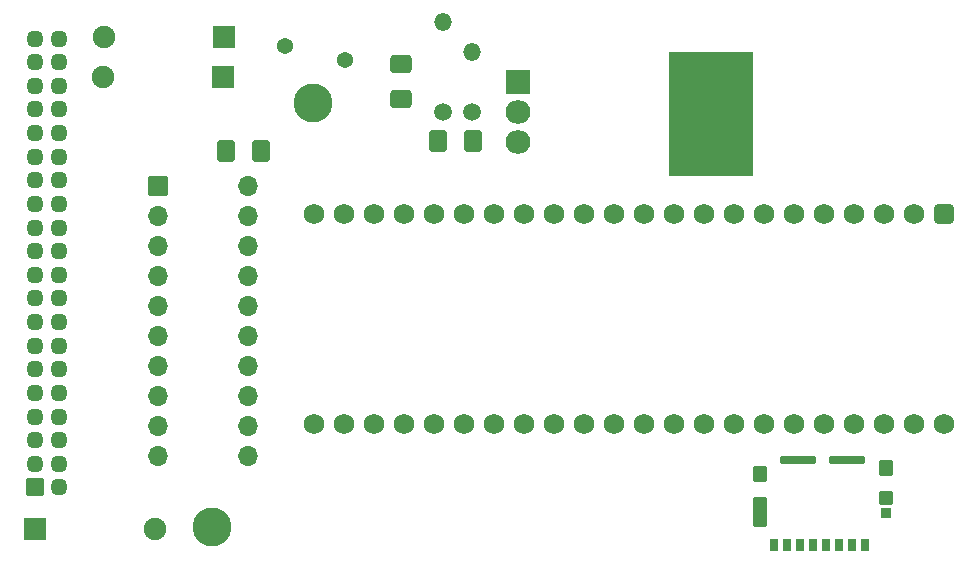
<source format=gbr>
%TF.GenerationSoftware,KiCad,Pcbnew,(6.0.2)*%
%TF.CreationDate,2022-04-05T12:30:50-06:00*%
%TF.ProjectId,PowerBook_F4Lite_THTV1,506f7765-7242-46f6-9f6b-5f46344c6974,rev?*%
%TF.SameCoordinates,Original*%
%TF.FileFunction,Soldermask,Top*%
%TF.FilePolarity,Negative*%
%FSLAX46Y46*%
G04 Gerber Fmt 4.6, Leading zero omitted, Abs format (unit mm)*
G04 Created by KiCad (PCBNEW (6.0.2)) date 2022-04-05 12:30:50*
%MOMM*%
%LPD*%
G01*
G04 APERTURE LIST*
G04 Aperture macros list*
%AMRoundRect*
0 Rectangle with rounded corners*
0 $1 Rounding radius*
0 $2 $3 $4 $5 $6 $7 $8 $9 X,Y pos of 4 corners*
0 Add a 4 corners polygon primitive as box body*
4,1,4,$2,$3,$4,$5,$6,$7,$8,$9,$2,$3,0*
0 Add four circle primitives for the rounded corners*
1,1,$1+$1,$2,$3*
1,1,$1+$1,$4,$5*
1,1,$1+$1,$6,$7*
1,1,$1+$1,$8,$9*
0 Add four rect primitives between the rounded corners*
20,1,$1+$1,$2,$3,$4,$5,0*
20,1,$1+$1,$4,$5,$6,$7,0*
20,1,$1+$1,$6,$7,$8,$9,0*
20,1,$1+$1,$8,$9,$2,$3,0*%
G04 Aperture macros list end*
%ADD10C,0.100000*%
%ADD11O,1.450000X1.450000*%
%ADD12RoundRect,0.050000X0.675000X0.675000X-0.675000X0.675000X-0.675000X-0.675000X0.675000X-0.675000X0*%
%ADD13O,1.900000X1.900000*%
%ADD14RoundRect,0.050000X0.900000X0.900000X-0.900000X0.900000X-0.900000X-0.900000X0.900000X-0.900000X0*%
%ADD15RoundRect,0.050000X-0.900000X-0.900000X0.900000X-0.900000X0.900000X0.900000X-0.900000X0.900000X0*%
%ADD16C,1.750000*%
%ADD17RoundRect,0.462500X-0.412500X0.412500X-0.412500X-0.412500X0.412500X-0.412500X0.412500X0.412500X0*%
%ADD18C,1.370000*%
%ADD19O,1.500000X1.500000*%
%ADD20C,1.500000*%
%ADD21O,1.700000X1.700000*%
%ADD22RoundRect,0.050000X-0.800000X-0.800000X0.800000X-0.800000X0.800000X0.800000X-0.800000X0.800000X0*%
%ADD23O,2.100000X2.005000*%
%ADD24RoundRect,0.050000X-1.000000X0.952500X-1.000000X-0.952500X1.000000X-0.952500X1.000000X0.952500X0*%
%ADD25O,3.600000X3.600000*%
%ADD26RoundRect,0.300001X-0.462499X-0.624999X0.462499X-0.624999X0.462499X0.624999X-0.462499X0.624999X0*%
%ADD27RoundRect,0.300001X0.624999X-0.462499X0.624999X0.462499X-0.624999X0.462499X-0.624999X-0.462499X0*%
%ADD28RoundRect,0.300001X0.462499X0.624999X-0.462499X0.624999X-0.462499X-0.624999X0.462499X-0.624999X0*%
%ADD29C,3.300000*%
%ADD30RoundRect,0.050000X-0.250000X-0.500000X0.250000X-0.500000X0.250000X0.500000X-0.250000X0.500000X0*%
%ADD31RoundRect,0.050000X-0.360000X-0.390000X0.360000X-0.390000X0.360000X0.390000X-0.360000X0.390000X0*%
%ADD32RoundRect,0.050000X-0.525000X-0.540000X0.525000X-0.540000X0.525000X0.540000X-0.525000X0.540000X0*%
%ADD33RoundRect,0.050000X-0.525000X-0.600000X0.525000X-0.600000X0.525000X0.600000X-0.525000X0.600000X0*%
%ADD34RoundRect,0.050000X-0.525000X-1.195000X0.525000X-1.195000X0.525000X1.195000X-0.525000X1.195000X0*%
%ADD35RoundRect,0.050000X-1.455000X-0.275000X1.455000X-0.275000X1.455000X0.275000X-1.455000X0.275000X0*%
G04 APERTURE END LIST*
D10*
X128963420Y-74472800D02*
X121935240Y-74472800D01*
X121935240Y-74472800D02*
X121935240Y-64005460D01*
X121935240Y-64005460D02*
X128963420Y-64005460D01*
X128963420Y-64005460D02*
X128963420Y-74472800D01*
G36*
X128963420Y-74472800D02*
G01*
X121935240Y-74472800D01*
X121935240Y-64005460D01*
X128963420Y-64005460D01*
X128963420Y-74472800D01*
G37*
X128963420Y-74472800D02*
X121935240Y-74472800D01*
X121935240Y-64005460D01*
X128963420Y-64005460D01*
X128963420Y-74472800D01*
D11*
%TO.C,J2*%
X68232020Y-84892940D03*
X70232020Y-62892940D03*
X68232020Y-62892940D03*
X70232020Y-64892940D03*
X68232020Y-64892940D03*
X70232020Y-66892940D03*
X68232020Y-66892940D03*
X70232020Y-68892940D03*
X68232020Y-68892940D03*
X70232020Y-70892940D03*
X68232020Y-70892940D03*
X70232020Y-72892940D03*
X68232020Y-72892940D03*
X70232020Y-74892940D03*
X68232020Y-74892940D03*
X70232020Y-76892940D03*
X68232020Y-76892940D03*
X70232020Y-78892940D03*
X68232020Y-78892940D03*
X70232020Y-80892940D03*
X68232020Y-80892940D03*
X70232020Y-82892940D03*
X68232020Y-82892940D03*
X70232020Y-84892940D03*
X70232020Y-86892940D03*
X68232020Y-86892940D03*
X70232020Y-88892940D03*
X68232020Y-88892940D03*
X70232020Y-90892940D03*
X68232020Y-90892940D03*
X70232020Y-92892940D03*
X68232020Y-92892940D03*
X70232020Y-94892940D03*
X68232020Y-94892940D03*
X70232020Y-96892940D03*
X68232020Y-96892940D03*
X70232020Y-98892940D03*
X68232020Y-98892940D03*
X70232020Y-100892940D03*
D12*
X68232020Y-100892940D03*
%TD*%
D13*
%TO.C,D3*%
X74013060Y-66179700D03*
D14*
X84173060Y-66179700D03*
%TD*%
D13*
%TO.C,D2*%
X78356460Y-104406700D03*
D15*
X68196460Y-104406700D03*
%TD*%
D13*
%TO.C,D1*%
X74058780Y-62720220D03*
D14*
X84218780Y-62720220D03*
%TD*%
D16*
%TO.C,U3*%
X145211800Y-95519240D03*
X142671800Y-95519240D03*
X140131800Y-95519240D03*
X137591800Y-95519240D03*
X135051800Y-95519240D03*
X132511800Y-95519240D03*
X129971800Y-95519240D03*
X127431800Y-95519240D03*
X124891800Y-95519240D03*
X122351800Y-95519240D03*
X119811800Y-95519240D03*
X117271800Y-95519240D03*
X114731800Y-95519240D03*
X112191800Y-95519240D03*
X109651800Y-95519240D03*
X107111800Y-95519240D03*
X104571800Y-95519240D03*
X102031800Y-95519240D03*
X99491800Y-95519240D03*
X96951800Y-95519240D03*
X94411800Y-95519240D03*
X91871800Y-95519240D03*
X91871800Y-77739240D03*
X94411800Y-77739240D03*
X96951800Y-77739240D03*
X99491800Y-77739240D03*
X102031800Y-77739240D03*
X104571800Y-77739240D03*
X107111800Y-77739240D03*
X109651800Y-77739240D03*
X112191800Y-77739240D03*
X114731800Y-77739240D03*
X117271800Y-77739240D03*
X119811800Y-77739240D03*
X122351800Y-77739240D03*
X124891800Y-77739240D03*
X127431800Y-77739240D03*
X129971800Y-77739240D03*
X132511800Y-77739240D03*
X135051800Y-77739240D03*
X137591800Y-77739240D03*
X140131800Y-77739240D03*
X142671800Y-77739240D03*
D17*
X145211800Y-77739240D03*
%TD*%
D18*
%TO.C,F1*%
X94452440Y-64688720D03*
X89372440Y-63545720D03*
%TD*%
D19*
%TO.C,R1*%
X102802594Y-61515792D03*
D20*
X102802594Y-69135792D03*
%TD*%
D21*
%TO.C,U2*%
X86309200Y-75402440D03*
X78689200Y-98262440D03*
X86309200Y-77942440D03*
X78689200Y-95722440D03*
X86309200Y-80482440D03*
X78689200Y-93182440D03*
X86309200Y-83022440D03*
X78689200Y-90642440D03*
X86309200Y-85562440D03*
X78689200Y-88102440D03*
X86309200Y-88102440D03*
X78689200Y-85562440D03*
X86309200Y-90642440D03*
X78689200Y-83022440D03*
X86309200Y-93182440D03*
X78689200Y-80482440D03*
X86309200Y-95722440D03*
X78689200Y-77942440D03*
X86309200Y-98262440D03*
D22*
X78689200Y-75402440D03*
%TD*%
D23*
%TO.C,U1*%
X109134815Y-71688493D03*
X109134815Y-69148493D03*
D24*
X109134815Y-66608493D03*
D25*
X125794815Y-69148493D03*
%TD*%
D19*
%TO.C,R2*%
X105261315Y-64055793D03*
D20*
X105261315Y-69135793D03*
%TD*%
D26*
%TO.C,C3*%
X87375060Y-72450960D03*
X84400060Y-72450960D03*
%TD*%
D27*
%TO.C,C2*%
X99233895Y-65022873D03*
X99233895Y-67997873D03*
%TD*%
D28*
%TO.C,C1*%
X102365054Y-71538633D03*
X105340054Y-71538633D03*
%TD*%
D29*
%TO.C,REF\u002A\u002A*%
X91737180Y-68353940D03*
%TD*%
%TO.C,REF\u002A\u002A*%
X83245960Y-104251760D03*
%TD*%
D30*
%TO.C,SD1*%
X138513680Y-105774520D03*
X137413680Y-105774520D03*
X136313680Y-105774520D03*
X135213680Y-105774520D03*
X134113680Y-105774520D03*
X133013680Y-105774520D03*
X131913680Y-105774520D03*
X130813680Y-105774520D03*
D31*
X140273680Y-103094520D03*
D32*
X140273680Y-101824520D03*
D33*
X140283680Y-99214520D03*
X129638680Y-99784520D03*
D34*
X129638680Y-102969520D03*
D35*
X132818680Y-98539520D03*
X137008680Y-98539520D03*
%TD*%
M02*

</source>
